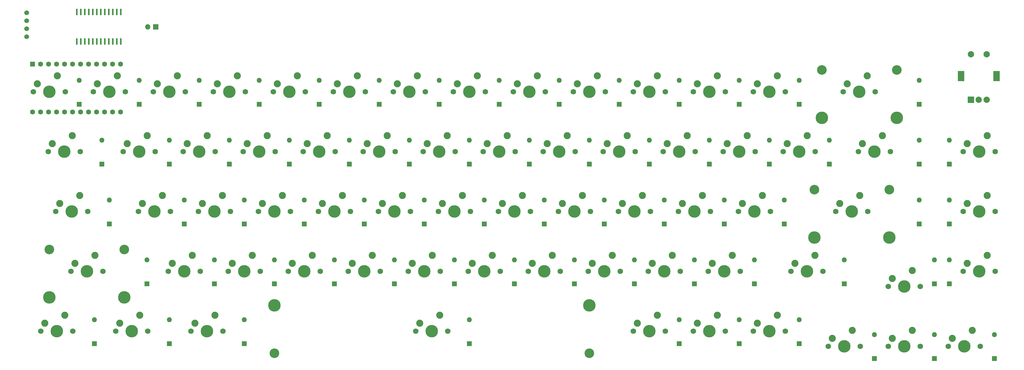
<source format=gbs>
%TF.GenerationSoftware,KiCad,Pcbnew,(6.0.8)*%
%TF.CreationDate,2023-03-19T19:58:51-07:00*%
%TF.ProjectId,Dissatisfaction65,44697373-6174-4697-9366-616374696f6e,rev?*%
%TF.SameCoordinates,Original*%
%TF.FileFunction,Soldermask,Bot*%
%TF.FilePolarity,Negative*%
%FSLAX46Y46*%
G04 Gerber Fmt 4.6, Leading zero omitted, Abs format (unit mm)*
G04 Created by KiCad (PCBNEW (6.0.8)) date 2023-03-19 19:58:51*
%MOMM*%
%LPD*%
G01*
G04 APERTURE LIST*
%ADD10R,1.600000X1.600000*%
%ADD11O,1.600000X1.600000*%
%ADD12C,3.987800*%
%ADD13C,1.750000*%
%ADD14C,2.250000*%
%ADD15C,3.048000*%
%ADD16R,2.000000X2.000000*%
%ADD17C,2.000000*%
%ADD18R,2.000000X3.200000*%
%ADD19R,1.700000X1.700000*%
%ADD20O,1.700000X1.700000*%
%ADD21C,1.524000*%
%ADD22R,0.600000X2.000000*%
%ADD23C,1.600000*%
G04 APERTURE END LIST*
D10*
X34925000Y-49212500D03*
D11*
X34925000Y-41592500D03*
D10*
X53975000Y-49212500D03*
D11*
X53975000Y-41592500D03*
D10*
X73025000Y-49212500D03*
D11*
X73025000Y-41592500D03*
D10*
X92075000Y-49212500D03*
D11*
X92075000Y-41592500D03*
D10*
X111125000Y-49212500D03*
D11*
X111125000Y-41592500D03*
D10*
X130175000Y-49212500D03*
D11*
X130175000Y-41592500D03*
D10*
X149225000Y-49212500D03*
D11*
X149225000Y-41592500D03*
D10*
X168275000Y-49212500D03*
D11*
X168275000Y-41592500D03*
D10*
X187325000Y-49212500D03*
D11*
X187325000Y-41592500D03*
D10*
X206375000Y-49212500D03*
D11*
X206375000Y-41592500D03*
D10*
X225425000Y-49212500D03*
D11*
X225425000Y-41592500D03*
D10*
X244475000Y-49212500D03*
D11*
X244475000Y-41592500D03*
D10*
X263525000Y-49212500D03*
D11*
X263525000Y-41592500D03*
D10*
X301625000Y-49212500D03*
D11*
X301625000Y-41592500D03*
D10*
X42068750Y-68262500D03*
D11*
X42068750Y-60642500D03*
D10*
X63500000Y-68262500D03*
D11*
X63500000Y-60642500D03*
D10*
X82550000Y-68262500D03*
D11*
X82550000Y-60642500D03*
D10*
X101600000Y-68262500D03*
D11*
X101600000Y-60642500D03*
D10*
X120650000Y-68262500D03*
D11*
X120650000Y-60642500D03*
D10*
X139700000Y-68262500D03*
D11*
X139700000Y-60642500D03*
D10*
X158750000Y-68262500D03*
D11*
X158750000Y-60642500D03*
D10*
X177800000Y-68262500D03*
D11*
X177800000Y-60642500D03*
D10*
X196850000Y-68262500D03*
D11*
X196850000Y-60642500D03*
D10*
X215900000Y-68262500D03*
D11*
X215900000Y-60642500D03*
D10*
X234950000Y-68262500D03*
D11*
X234950000Y-60642500D03*
D10*
X254000000Y-68262500D03*
D11*
X254000000Y-60642500D03*
D10*
X273050000Y-68262500D03*
D11*
X273050000Y-60642500D03*
D10*
X301625000Y-68262500D03*
D11*
X301625000Y-60642500D03*
D10*
X311150000Y-68262500D03*
D11*
X311150000Y-60642500D03*
D10*
X44450000Y-87312500D03*
D11*
X44450000Y-79692500D03*
D10*
X68262500Y-87312500D03*
D11*
X68262500Y-79692500D03*
D10*
X87312500Y-87312500D03*
D11*
X87312500Y-79692500D03*
D10*
X106362500Y-87312500D03*
D11*
X106362500Y-79692500D03*
D10*
X125412500Y-87312500D03*
D11*
X125412500Y-79692500D03*
D10*
X144462500Y-87312500D03*
D11*
X144462500Y-79692500D03*
D10*
X163512500Y-87312500D03*
D11*
X163512500Y-79692500D03*
D10*
X182562500Y-87312500D03*
D11*
X182562500Y-79692500D03*
D10*
X201612500Y-87312500D03*
D11*
X201612500Y-79692500D03*
D10*
X220662500Y-87312500D03*
D11*
X220662500Y-79692500D03*
D10*
X239712500Y-87312500D03*
D11*
X239712500Y-79692500D03*
D10*
X258762500Y-87312500D03*
D11*
X258762500Y-79692500D03*
D10*
X301625000Y-87312500D03*
D11*
X301625000Y-79692500D03*
D10*
X311150000Y-87312500D03*
D11*
X311150000Y-79692500D03*
D10*
X56356250Y-106362500D03*
D11*
X56356250Y-98742500D03*
D10*
X77787500Y-106362500D03*
D11*
X77787500Y-98742500D03*
D10*
X96837500Y-106362500D03*
D11*
X96837500Y-98742500D03*
D10*
X115887500Y-106362500D03*
D11*
X115887500Y-98742500D03*
D10*
X134937500Y-106362500D03*
D11*
X134937500Y-98742500D03*
D10*
X153987500Y-106362500D03*
D11*
X153987500Y-98742500D03*
D10*
X173037500Y-106362500D03*
D11*
X173037500Y-98742500D03*
D10*
X192087500Y-106362500D03*
D11*
X192087500Y-98742500D03*
D10*
X211137500Y-106362500D03*
D11*
X211137500Y-98742500D03*
D10*
X230187500Y-106362500D03*
D11*
X230187500Y-98742500D03*
D10*
X249237500Y-106362500D03*
D11*
X249237500Y-98742500D03*
D10*
X277812500Y-106362500D03*
D11*
X277812500Y-98742500D03*
D10*
X306387500Y-106362500D03*
D11*
X306387500Y-98742500D03*
D10*
X311150000Y-106362500D03*
D11*
X311150000Y-98742500D03*
D10*
X39687500Y-125412500D03*
D11*
X39687500Y-117792500D03*
D10*
X63500000Y-125412500D03*
D11*
X63500000Y-117792500D03*
D10*
X87312500Y-125412500D03*
D11*
X87312500Y-117792500D03*
D10*
X158750000Y-125412500D03*
D11*
X158750000Y-117792500D03*
D10*
X225425000Y-125412500D03*
D11*
X225425000Y-117792500D03*
D10*
X244475000Y-125412500D03*
D11*
X244475000Y-117792500D03*
D10*
X263525000Y-125412500D03*
D11*
X263525000Y-117792500D03*
D10*
X287337500Y-130175000D03*
D11*
X287337500Y-122555000D03*
D10*
X306387500Y-130175000D03*
D11*
X306387500Y-122555000D03*
D10*
X325437500Y-130175000D03*
D11*
X325437500Y-122555000D03*
D12*
X201612500Y-102393750D03*
D13*
X206692500Y-102393750D03*
X196532500Y-102393750D03*
D14*
X197802500Y-99853750D03*
X204152500Y-97313750D03*
D12*
X220662500Y-102393750D03*
D13*
X225742500Y-102393750D03*
X215582500Y-102393750D03*
D14*
X216852500Y-99853750D03*
X223202500Y-97313750D03*
D12*
X215900000Y-45243750D03*
D13*
X220980000Y-45243750D03*
X210820000Y-45243750D03*
D14*
X212090000Y-42703750D03*
X218440000Y-40163750D03*
D13*
X49530000Y-45243750D03*
D12*
X44450000Y-45243750D03*
D13*
X39370000Y-45243750D03*
D14*
X40640000Y-42703750D03*
X46990000Y-40163750D03*
D12*
X63500000Y-45243750D03*
D13*
X58420000Y-45243750D03*
X68580000Y-45243750D03*
D14*
X59690000Y-42703750D03*
X66040000Y-40163750D03*
D13*
X77470000Y-45243750D03*
X87630000Y-45243750D03*
D12*
X82550000Y-45243750D03*
D14*
X78740000Y-42703750D03*
X85090000Y-40163750D03*
D13*
X96520000Y-45243750D03*
X106680000Y-45243750D03*
D12*
X101600000Y-45243750D03*
D14*
X97790000Y-42703750D03*
X104140000Y-40163750D03*
D12*
X120650000Y-45243750D03*
D13*
X115570000Y-45243750D03*
X125730000Y-45243750D03*
D14*
X116840000Y-42703750D03*
X123190000Y-40163750D03*
D13*
X134620000Y-45243750D03*
D12*
X139700000Y-45243750D03*
D13*
X144780000Y-45243750D03*
D14*
X135890000Y-42703750D03*
X142240000Y-40163750D03*
D12*
X158750000Y-45243750D03*
D13*
X163830000Y-45243750D03*
X153670000Y-45243750D03*
D14*
X154940000Y-42703750D03*
X161290000Y-40163750D03*
D13*
X172720000Y-45243750D03*
D12*
X177800000Y-45243750D03*
D13*
X182880000Y-45243750D03*
D14*
X173990000Y-42703750D03*
X180340000Y-40163750D03*
D13*
X191770000Y-45243750D03*
X201930000Y-45243750D03*
D12*
X196850000Y-45243750D03*
D14*
X193040000Y-42703750D03*
X199390000Y-40163750D03*
D13*
X254317500Y-83343750D03*
X244157500Y-83343750D03*
D12*
X249237500Y-83343750D03*
D14*
X245427500Y-80803750D03*
X251777500Y-78263750D03*
D12*
X234950000Y-45243750D03*
D13*
X229870000Y-45243750D03*
X240030000Y-45243750D03*
D14*
X231140000Y-42703750D03*
X237490000Y-40163750D03*
D13*
X234632500Y-102393750D03*
D12*
X239712500Y-102393750D03*
D13*
X244792500Y-102393750D03*
D14*
X235902500Y-99853750D03*
X242252500Y-97313750D03*
D12*
X230187500Y-83343750D03*
D13*
X235267500Y-83343750D03*
X225107500Y-83343750D03*
D14*
X226377500Y-80803750D03*
X232727500Y-78263750D03*
D13*
X259080000Y-45243750D03*
D12*
X254000000Y-45243750D03*
D13*
X248920000Y-45243750D03*
D14*
X250190000Y-42703750D03*
X256540000Y-40163750D03*
D13*
X239395000Y-64293750D03*
X249555000Y-64293750D03*
D12*
X244475000Y-64293750D03*
D14*
X240665000Y-61753750D03*
X247015000Y-59213750D03*
D12*
X287337500Y-64293750D03*
D13*
X292417500Y-64293750D03*
X282257500Y-64293750D03*
D14*
X283527500Y-61753750D03*
X289877500Y-59213750D03*
D12*
X263525000Y-64293750D03*
D13*
X258445000Y-64293750D03*
X268605000Y-64293750D03*
D14*
X259715000Y-61753750D03*
X266065000Y-59213750D03*
D12*
X58737500Y-83343750D03*
D13*
X63817500Y-83343750D03*
X53657500Y-83343750D03*
D14*
X54927500Y-80803750D03*
X61277500Y-78263750D03*
D13*
X139382500Y-102393750D03*
D12*
X144462500Y-102393750D03*
D13*
X149542500Y-102393750D03*
D14*
X140652500Y-99853750D03*
X147002500Y-97313750D03*
D15*
X294481250Y-38258750D03*
D13*
X277495000Y-45243750D03*
D15*
X270668750Y-38258750D03*
D12*
X282575000Y-45243750D03*
X270668750Y-53498750D03*
D13*
X287655000Y-45243750D03*
D12*
X294481250Y-53498750D03*
D14*
X278765000Y-42703750D03*
X285115000Y-40163750D03*
D13*
X111442500Y-102393750D03*
X101282500Y-102393750D03*
D12*
X106362500Y-102393750D03*
D14*
X102552500Y-99853750D03*
X108902500Y-97313750D03*
D13*
X37623750Y-83343750D03*
D12*
X32543750Y-83343750D03*
D13*
X27463750Y-83343750D03*
D14*
X28733750Y-80803750D03*
X35083750Y-78263750D03*
D13*
X101917500Y-83343750D03*
X91757500Y-83343750D03*
D12*
X96837500Y-83343750D03*
D14*
X93027500Y-80803750D03*
X99377500Y-78263750D03*
D13*
X315595000Y-64293750D03*
X325755000Y-64293750D03*
D12*
X320675000Y-64293750D03*
D14*
X316865000Y-61753750D03*
X323215000Y-59213750D03*
D12*
X296862500Y-126206250D03*
D13*
X301942500Y-126206250D03*
X291782500Y-126206250D03*
D14*
X293052500Y-123666250D03*
X299402500Y-121126250D03*
D13*
X97155000Y-64293750D03*
X86995000Y-64293750D03*
D12*
X92075000Y-64293750D03*
D14*
X88265000Y-61753750D03*
X94615000Y-59213750D03*
D12*
X320675000Y-102393750D03*
D13*
X325755000Y-102393750D03*
X315595000Y-102393750D03*
D14*
X316865000Y-99853750D03*
X323215000Y-97313750D03*
D12*
X280193750Y-83343750D03*
X292100000Y-91598750D03*
D13*
X285273750Y-83343750D03*
D15*
X268287500Y-76358750D03*
D13*
X275113750Y-83343750D03*
D15*
X292100000Y-76358750D03*
D12*
X268287500Y-91598750D03*
D14*
X276383750Y-80803750D03*
X282733750Y-78263750D03*
D12*
X25400000Y-45243750D03*
D13*
X20320000Y-45243750D03*
X30480000Y-45243750D03*
D14*
X21590000Y-42703750D03*
X27940000Y-40163750D03*
D13*
X110807500Y-83343750D03*
D12*
X115887500Y-83343750D03*
D13*
X120967500Y-83343750D03*
D14*
X112077500Y-80803750D03*
X118427500Y-78263750D03*
D13*
X229870000Y-121443750D03*
D12*
X234950000Y-121443750D03*
D13*
X240030000Y-121443750D03*
D14*
X231140000Y-118903750D03*
X237490000Y-116363750D03*
D13*
X140017500Y-83343750D03*
D12*
X134937500Y-83343750D03*
D13*
X129857500Y-83343750D03*
D14*
X131127500Y-80803750D03*
X137477500Y-78263750D03*
D13*
X159067500Y-83343750D03*
X148907500Y-83343750D03*
D12*
X153987500Y-83343750D03*
D14*
X150177500Y-80803750D03*
X156527500Y-78263750D03*
D13*
X325755000Y-83343750D03*
X315595000Y-83343750D03*
D12*
X320675000Y-83343750D03*
D14*
X316865000Y-80803750D03*
X323215000Y-78263750D03*
D13*
X182245000Y-64293750D03*
X192405000Y-64293750D03*
D12*
X187325000Y-64293750D03*
D14*
X183515000Y-61753750D03*
X189865000Y-59213750D03*
D13*
X167957500Y-83343750D03*
X178117500Y-83343750D03*
D12*
X173037500Y-83343750D03*
D14*
X169227500Y-80803750D03*
X175577500Y-78263750D03*
D12*
X192087500Y-83343750D03*
D13*
X197167500Y-83343750D03*
X187007500Y-83343750D03*
D14*
X188277500Y-80803750D03*
X194627500Y-78263750D03*
D13*
X216217500Y-83343750D03*
D12*
X211137500Y-83343750D03*
D13*
X206057500Y-83343750D03*
D14*
X207327500Y-80803750D03*
X213677500Y-78263750D03*
D13*
X70326250Y-121443750D03*
D12*
X75406250Y-121443750D03*
D13*
X80486250Y-121443750D03*
D14*
X71596250Y-118903750D03*
X77946250Y-116363750D03*
D13*
X32861250Y-121443750D03*
X22701250Y-121443750D03*
D12*
X27781250Y-121443750D03*
D14*
X23971250Y-118903750D03*
X30321250Y-116363750D03*
D13*
X272732500Y-126206250D03*
X282892500Y-126206250D03*
D12*
X277812500Y-126206250D03*
D14*
X274002500Y-123666250D03*
X280352500Y-121126250D03*
D13*
X32226250Y-102393750D03*
D12*
X25400000Y-110648750D03*
D15*
X49212500Y-95408750D03*
D13*
X42386250Y-102393750D03*
D12*
X37306250Y-102393750D03*
D15*
X25400000Y-95408750D03*
D12*
X49212500Y-110648750D03*
D14*
X33496250Y-99853750D03*
X39846250Y-97313750D03*
D12*
X182562500Y-102393750D03*
D13*
X177482500Y-102393750D03*
X187642500Y-102393750D03*
D14*
X178752500Y-99853750D03*
X185102500Y-97313750D03*
D13*
X158432500Y-102393750D03*
D12*
X163512500Y-102393750D03*
D13*
X168592500Y-102393750D03*
D14*
X159702500Y-99853750D03*
X166052500Y-97313750D03*
D12*
X206375000Y-64293750D03*
D13*
X201295000Y-64293750D03*
X211455000Y-64293750D03*
D14*
X202565000Y-61753750D03*
X208915000Y-59213750D03*
D12*
X225425000Y-64293750D03*
D13*
X220345000Y-64293750D03*
X230505000Y-64293750D03*
D14*
X221615000Y-61753750D03*
X227965000Y-59213750D03*
D13*
X48895000Y-64293750D03*
D12*
X53975000Y-64293750D03*
D13*
X59055000Y-64293750D03*
D14*
X50165000Y-61753750D03*
X56515000Y-59213750D03*
D13*
X116205000Y-64293750D03*
D12*
X111125000Y-64293750D03*
D13*
X106045000Y-64293750D03*
D14*
X107315000Y-61753750D03*
X113665000Y-59213750D03*
D13*
X210820000Y-121443750D03*
X220980000Y-121443750D03*
D12*
X215900000Y-121443750D03*
D14*
X212090000Y-118903750D03*
X218440000Y-116363750D03*
D12*
X254000000Y-121443750D03*
D13*
X248920000Y-121443750D03*
X259080000Y-121443750D03*
D14*
X250190000Y-118903750D03*
X256540000Y-116363750D03*
D13*
X310832500Y-126206250D03*
D12*
X315912500Y-126206250D03*
D13*
X320992500Y-126206250D03*
D14*
X312102500Y-123666250D03*
X318452500Y-121126250D03*
D13*
X260826250Y-102393750D03*
D12*
X265906250Y-102393750D03*
D13*
X270986250Y-102393750D03*
D14*
X262096250Y-99853750D03*
X268446250Y-97313750D03*
D12*
X77787500Y-83343750D03*
D13*
X82867500Y-83343750D03*
X72707500Y-83343750D03*
D14*
X73977500Y-80803750D03*
X80327500Y-78263750D03*
D12*
X96843850Y-113188750D03*
D15*
X96843850Y-128428750D03*
D13*
X141763750Y-121443750D03*
D12*
X196843650Y-113188750D03*
D15*
X196843650Y-128428750D03*
D13*
X151923750Y-121443750D03*
D12*
X146843750Y-121443750D03*
D14*
X143033750Y-118903750D03*
X149383750Y-116363750D03*
D12*
X130175000Y-64293750D03*
D13*
X135255000Y-64293750D03*
X125095000Y-64293750D03*
D14*
X126365000Y-61753750D03*
X132715000Y-59213750D03*
D12*
X30162500Y-64293750D03*
D13*
X25082500Y-64293750D03*
X35242500Y-64293750D03*
D14*
X26352500Y-61753750D03*
X32702500Y-59213750D03*
D13*
X173355000Y-64293750D03*
D12*
X168275000Y-64293750D03*
D13*
X163195000Y-64293750D03*
D14*
X164465000Y-61753750D03*
X170815000Y-59213750D03*
D13*
X301942500Y-107156250D03*
D12*
X296862500Y-107156250D03*
D13*
X291782500Y-107156250D03*
D14*
X293052500Y-104616250D03*
X299402500Y-102076250D03*
D13*
X130492500Y-102393750D03*
D12*
X125412500Y-102393750D03*
D13*
X120332500Y-102393750D03*
D14*
X121602500Y-99853750D03*
X127952500Y-97313750D03*
D12*
X73025000Y-64293750D03*
D13*
X67945000Y-64293750D03*
X78105000Y-64293750D03*
D14*
X69215000Y-61753750D03*
X75565000Y-59213750D03*
D13*
X46513750Y-121443750D03*
D12*
X51593750Y-121443750D03*
D13*
X56673750Y-121443750D03*
D14*
X47783750Y-118903750D03*
X54133750Y-116363750D03*
D13*
X82232500Y-102393750D03*
X92392500Y-102393750D03*
D12*
X87312500Y-102393750D03*
D14*
X83502500Y-99853750D03*
X89852500Y-97313750D03*
D13*
X154305000Y-64293750D03*
X144145000Y-64293750D03*
D12*
X149225000Y-64293750D03*
D14*
X145415000Y-61753750D03*
X151765000Y-59213750D03*
D13*
X63182500Y-102393750D03*
X73342500Y-102393750D03*
D12*
X68262500Y-102393750D03*
D14*
X64452500Y-99853750D03*
X70802500Y-97313750D03*
D16*
X318008000Y-47752000D03*
D17*
X323008000Y-47752000D03*
X320508000Y-47752000D03*
D18*
X326108000Y-40252000D03*
X314908000Y-40252000D03*
D17*
X323008000Y-33252000D03*
X318008000Y-33252000D03*
D19*
X59200000Y-24600000D03*
D20*
X56660000Y-24600000D03*
D21*
X18250000Y-20090000D03*
X18250000Y-22630000D03*
X18250000Y-25170000D03*
X18250000Y-27710000D03*
D22*
X34163000Y-19812000D03*
X35433000Y-19812000D03*
X36703000Y-19812000D03*
X37973000Y-19812000D03*
X39243000Y-19812000D03*
X40513000Y-19812000D03*
X41783000Y-19812000D03*
X43053000Y-19812000D03*
X44323000Y-19812000D03*
X45593000Y-19812000D03*
X46863000Y-19812000D03*
X48133000Y-19812000D03*
X48133000Y-29212000D03*
X46863000Y-29212000D03*
X45593000Y-29212000D03*
X44323000Y-29212000D03*
X43053000Y-29212000D03*
X41783000Y-29212000D03*
X40513000Y-29212000D03*
X39243000Y-29212000D03*
X37973000Y-29212000D03*
X36703000Y-29212000D03*
X35433000Y-29212000D03*
X34163000Y-29212000D03*
D10*
X20060000Y-36410000D03*
D23*
X22600000Y-36410000D03*
X25140000Y-36410000D03*
X27680000Y-36410000D03*
X30220000Y-36410000D03*
X32760000Y-36410000D03*
X35300000Y-36410000D03*
X37840000Y-36410000D03*
X40380000Y-36410000D03*
X42920000Y-36410000D03*
X45460000Y-36410000D03*
X48000000Y-36410000D03*
X48000000Y-51650000D03*
X45460000Y-51650000D03*
X42920000Y-51650000D03*
X40380000Y-51650000D03*
X37840000Y-51650000D03*
X35300000Y-51650000D03*
X32760000Y-51650000D03*
X30220000Y-51650000D03*
X27680000Y-51650000D03*
X25140000Y-51650000D03*
X22600000Y-51650000D03*
X20060000Y-51650000D03*
M02*

</source>
